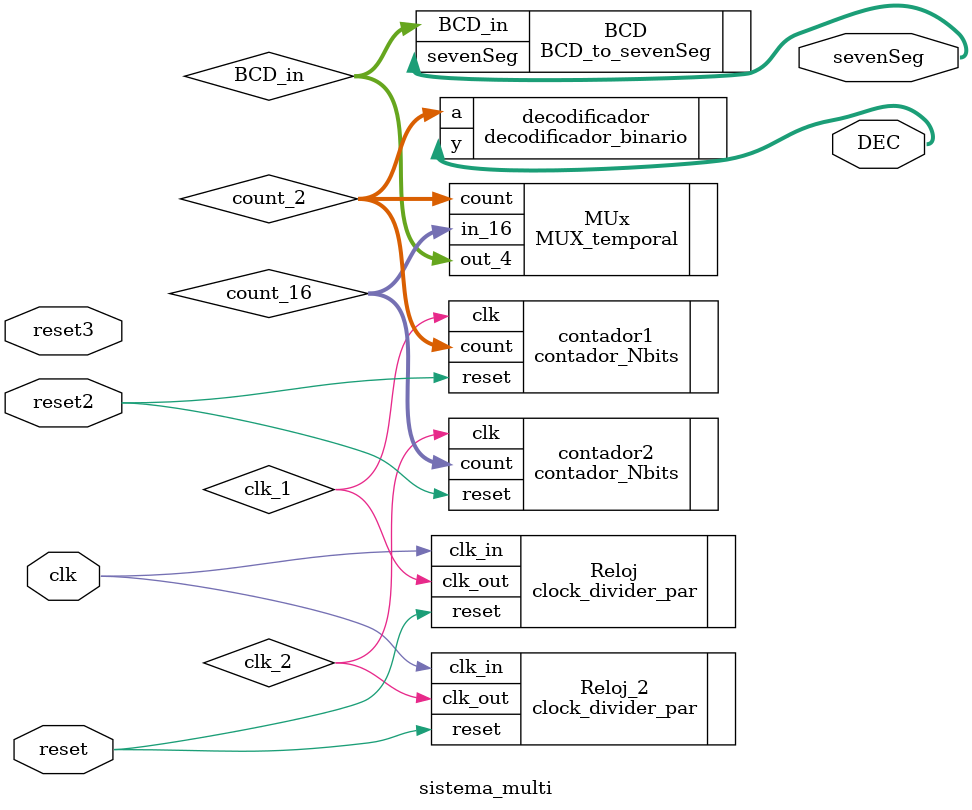
<source format=sv>
`timescale 1ns / 1ps


module sistema_multi(
        input logic clk, reset,reset2,reset3,
        output logic [3:0] DEC,
        output logic [6:0] sevenSeg 
        
        );
        
        
        //logic [1:0] count_2;
        logic [15:0] count_16;
        logic clk_1, clk_2;
        logic [1:0] count_2;
        
        // Se generan los dos relojes 
        
        clock_divider_par #(.F_IN(100), .F_OUT(50))
        Reloj(.clk_in(clk),
              .reset(reset),
              .clk_out(clk_1));
                 
        clock_divider_par #(.F_IN(100), .F_OUT(16))
        Reloj_2(.clk_in(clk),
              .reset(reset),
              .clk_out(clk_2));        
        
        
        //Se generan los condadores de 2 y 16 bit
        contador_Nbits #(.WIDTH(2)) contador1(
                .clk(clk_1),
                .reset(reset2),
                .count(count_2));
            // Genera un contador de 2 bits 
             
        contador_Nbits #(.WIDTH(16)) contador2(
                .clk(clk_2),
                .reset(reset2),
                .count(count_16));  
                
            // Genera un contador de 16 bits      
            
            
      //Decodificador binario. Encargado de alternar  los display de 7 seg
                    
        decodificador_binario decodificador(
                .a(count_2),
                .y(DEC));
                
        logic [3:0] BCD_in;
        
        // dependiendo de la entrada entrega los 4 bits para el digito BCD 
        MUX_temporal MUx(
                .count(count_2),
                .in_16(count_16),
                .out_4(BCD_in));
        //muestra  el mismo digito en todo los segmentos - pero solo uno se prende desde DEC 
        BCD_to_sevenSeg BCD(
                .BCD_in(BCD_in),
                .sevenSeg(sevenSeg));
        

              
endmodule

</source>
